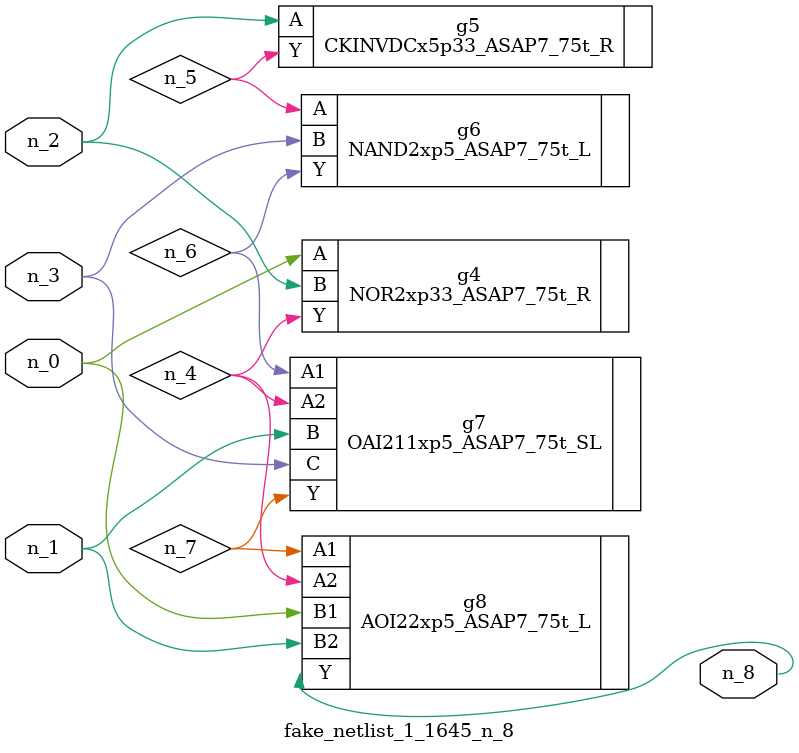
<source format=v>
module fake_netlist_1_1645_n_8 (n_3, n_1, n_2, n_0, n_8);
input n_3;
input n_1;
input n_2;
input n_0;
output n_8;
wire n_6;
wire n_4;
wire n_5;
wire n_7;
NOR2xp33_ASAP7_75t_R g4 ( .A(n_0), .B(n_2), .Y(n_4) );
CKINVDCx5p33_ASAP7_75t_R g5 ( .A(n_2), .Y(n_5) );
NAND2xp5_ASAP7_75t_L g6 ( .A(n_5), .B(n_3), .Y(n_6) );
OAI211xp5_ASAP7_75t_SL g7 ( .A1(n_6), .A2(n_4), .B(n_1), .C(n_3), .Y(n_7) );
AOI22xp5_ASAP7_75t_L g8 ( .A1(n_7), .A2(n_4), .B1(n_0), .B2(n_1), .Y(n_8) );
endmodule
</source>
